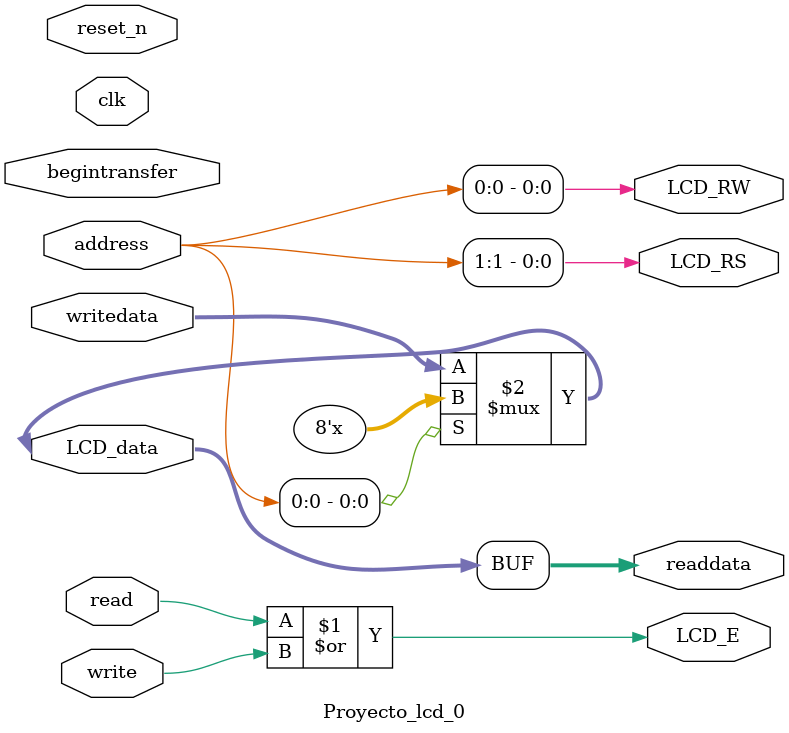
<source format=v>

`timescale 1ns / 1ps
// synthesis translate_on

// turn off superfluous verilog processor warnings 
// altera message_level Level1 
// altera message_off 10034 10035 10036 10037 10230 10240 10030 

module Proyecto_lcd_0 (
                        // inputs:
                         address,
                         begintransfer,
                         clk,
                         read,
                         reset_n,
                         write,
                         writedata,

                        // outputs:
                         LCD_E,
                         LCD_RS,
                         LCD_RW,
                         LCD_data,
                         readdata
                      )
;

  output           LCD_E;
  output           LCD_RS;
  output           LCD_RW;
  inout   [  7: 0] LCD_data;
  output  [  7: 0] readdata;
  input   [  1: 0] address;
  input            begintransfer;
  input            clk;
  input            read;
  input            reset_n;
  input            write;
  input   [  7: 0] writedata;

  wire             LCD_E;
  wire             LCD_RS;
  wire             LCD_RW;
  wire    [  7: 0] LCD_data;
  wire    [  7: 0] readdata;
  assign LCD_RW = address[0];
  assign LCD_RS = address[1];
  assign LCD_E = read | write;
  assign LCD_data = (address[0]) ? 8'bz : writedata;
  assign readdata = LCD_data;
  //control_slave, which is an e_avalon_slave

endmodule


</source>
